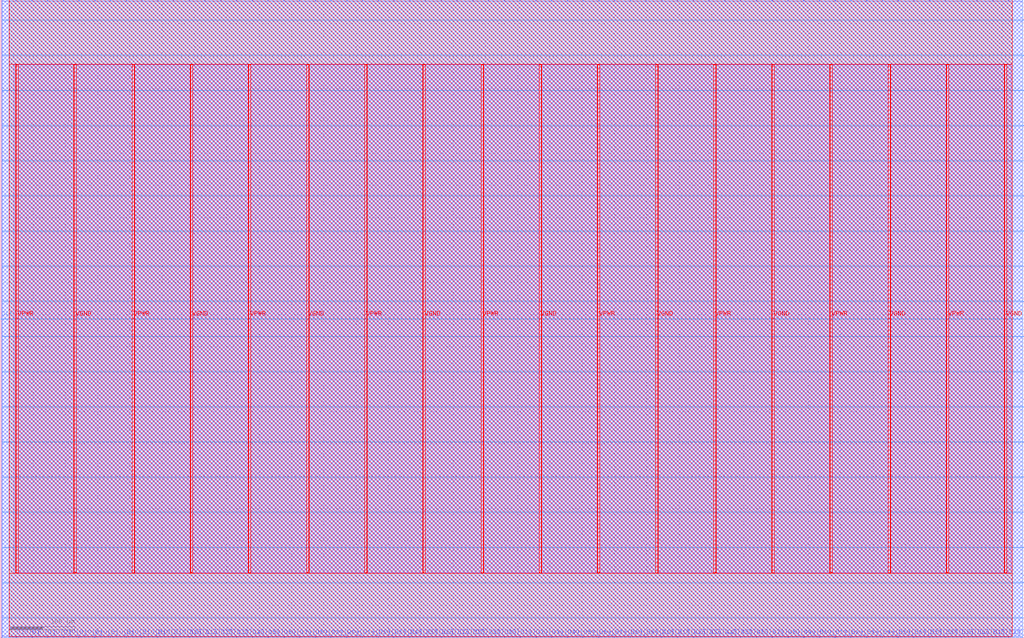
<source format=lef>
VERSION 5.7 ;
  NOWIREEXTENSIONATPIN ON ;
  DIVIDERCHAR "/" ;
  BUSBITCHARS "[]" ;
MACRO RAM512
  CLASS BLOCK ;
  FOREIGN RAM512 ;
  ORIGIN 0.000 0.000 ;
  SIZE 1583.780 BY 987.360 ;
  PIN A0[0]
    DIRECTION INPUT ;
    USE SIGNAL ;
    PORT
      LAYER met3 ;
        RECT 1581.780 520.240 1583.780 520.840 ;
    END
  END A0[0]
  PIN A0[1]
    DIRECTION INPUT ;
    USE SIGNAL ;
    PORT
      LAYER met3 ;
        RECT 1581.780 574.640 1583.780 575.240 ;
    END
  END A0[1]
  PIN A0[2]
    DIRECTION INPUT ;
    USE SIGNAL ;
    PORT
      LAYER met3 ;
        RECT 1581.780 629.040 1583.780 629.640 ;
    END
  END A0[2]
  PIN A0[3]
    DIRECTION INPUT ;
    USE SIGNAL ;
    PORT
      LAYER met3 ;
        RECT 1581.780 683.440 1583.780 684.040 ;
    END
  END A0[3]
  PIN A0[4]
    DIRECTION INPUT ;
    USE SIGNAL ;
    PORT
      LAYER met3 ;
        RECT 1581.780 737.840 1583.780 738.440 ;
    END
  END A0[4]
  PIN A0[5]
    DIRECTION INPUT ;
    USE SIGNAL ;
    PORT
      LAYER met3 ;
        RECT 1581.780 792.240 1583.780 792.840 ;
    END
  END A0[5]
  PIN A0[6]
    DIRECTION INPUT ;
    USE SIGNAL ;
    PORT
      LAYER met3 ;
        RECT 1581.780 846.640 1583.780 847.240 ;
    END
  END A0[6]
  PIN A0[7]
    DIRECTION INPUT ;
    USE SIGNAL ;
    PORT
      LAYER met3 ;
        RECT 1581.780 901.040 1583.780 901.640 ;
    END
  END A0[7]
  PIN A0[8]
    DIRECTION INPUT ;
    USE SIGNAL ;
    PORT
      LAYER met3 ;
        RECT 1581.780 955.440 1583.780 956.040 ;
    END
  END A0[8]
  PIN CLK
    DIRECTION INPUT ;
    USE SIGNAL ;
    PORT
      LAYER met3 ;
        RECT 0.000 493.040 2.000 493.640 ;
    END
  END CLK
  PIN Di0[0]
    DIRECTION INPUT ;
    USE SIGNAL ;
    PORT
      LAYER met2 ;
        RECT 23.550 0.000 23.830 2.000 ;
    END
  END Di0[0]
  PIN Di0[10]
    DIRECTION INPUT ;
    USE SIGNAL ;
    PORT
      LAYER met2 ;
        RECT 267.350 0.000 267.630 2.000 ;
    END
  END Di0[10]
  PIN Di0[11]
    DIRECTION INPUT ;
    USE SIGNAL ;
    PORT
      LAYER met2 ;
        RECT 291.730 0.000 292.010 2.000 ;
    END
  END Di0[11]
  PIN Di0[12]
    DIRECTION INPUT ;
    USE SIGNAL ;
    PORT
      LAYER met2 ;
        RECT 316.110 0.000 316.390 2.000 ;
    END
  END Di0[12]
  PIN Di0[13]
    DIRECTION INPUT ;
    USE SIGNAL ;
    PORT
      LAYER met2 ;
        RECT 340.490 0.000 340.770 2.000 ;
    END
  END Di0[13]
  PIN Di0[14]
    DIRECTION INPUT ;
    USE SIGNAL ;
    PORT
      LAYER met2 ;
        RECT 364.870 0.000 365.150 2.000 ;
    END
  END Di0[14]
  PIN Di0[15]
    DIRECTION INPUT ;
    USE SIGNAL ;
    PORT
      LAYER met2 ;
        RECT 389.250 0.000 389.530 2.000 ;
    END
  END Di0[15]
  PIN Di0[16]
    DIRECTION INPUT ;
    USE SIGNAL ;
    PORT
      LAYER met2 ;
        RECT 413.630 0.000 413.910 2.000 ;
    END
  END Di0[16]
  PIN Di0[17]
    DIRECTION INPUT ;
    USE SIGNAL ;
    PORT
      LAYER met2 ;
        RECT 438.010 0.000 438.290 2.000 ;
    END
  END Di0[17]
  PIN Di0[18]
    DIRECTION INPUT ;
    USE SIGNAL ;
    PORT
      LAYER met2 ;
        RECT 462.390 0.000 462.670 2.000 ;
    END
  END Di0[18]
  PIN Di0[19]
    DIRECTION INPUT ;
    USE SIGNAL ;
    PORT
      LAYER met2 ;
        RECT 486.770 0.000 487.050 2.000 ;
    END
  END Di0[19]
  PIN Di0[1]
    DIRECTION INPUT ;
    USE SIGNAL ;
    PORT
      LAYER met2 ;
        RECT 47.930 0.000 48.210 2.000 ;
    END
  END Di0[1]
  PIN Di0[20]
    DIRECTION INPUT ;
    USE SIGNAL ;
    PORT
      LAYER met2 ;
        RECT 511.150 0.000 511.430 2.000 ;
    END
  END Di0[20]
  PIN Di0[21]
    DIRECTION INPUT ;
    USE SIGNAL ;
    PORT
      LAYER met2 ;
        RECT 535.530 0.000 535.810 2.000 ;
    END
  END Di0[21]
  PIN Di0[22]
    DIRECTION INPUT ;
    USE SIGNAL ;
    PORT
      LAYER met2 ;
        RECT 559.910 0.000 560.190 2.000 ;
    END
  END Di0[22]
  PIN Di0[23]
    DIRECTION INPUT ;
    USE SIGNAL ;
    PORT
      LAYER met2 ;
        RECT 584.290 0.000 584.570 2.000 ;
    END
  END Di0[23]
  PIN Di0[24]
    DIRECTION INPUT ;
    USE SIGNAL ;
    PORT
      LAYER met2 ;
        RECT 608.670 0.000 608.950 2.000 ;
    END
  END Di0[24]
  PIN Di0[25]
    DIRECTION INPUT ;
    USE SIGNAL ;
    PORT
      LAYER met2 ;
        RECT 633.050 0.000 633.330 2.000 ;
    END
  END Di0[25]
  PIN Di0[26]
    DIRECTION INPUT ;
    USE SIGNAL ;
    PORT
      LAYER met2 ;
        RECT 657.430 0.000 657.710 2.000 ;
    END
  END Di0[26]
  PIN Di0[27]
    DIRECTION INPUT ;
    USE SIGNAL ;
    PORT
      LAYER met2 ;
        RECT 681.810 0.000 682.090 2.000 ;
    END
  END Di0[27]
  PIN Di0[28]
    DIRECTION INPUT ;
    USE SIGNAL ;
    PORT
      LAYER met2 ;
        RECT 706.190 0.000 706.470 2.000 ;
    END
  END Di0[28]
  PIN Di0[29]
    DIRECTION INPUT ;
    USE SIGNAL ;
    PORT
      LAYER met2 ;
        RECT 730.570 0.000 730.850 2.000 ;
    END
  END Di0[29]
  PIN Di0[2]
    DIRECTION INPUT ;
    USE SIGNAL ;
    PORT
      LAYER met2 ;
        RECT 72.310 0.000 72.590 2.000 ;
    END
  END Di0[2]
  PIN Di0[30]
    DIRECTION INPUT ;
    USE SIGNAL ;
    PORT
      LAYER met2 ;
        RECT 754.950 0.000 755.230 2.000 ;
    END
  END Di0[30]
  PIN Di0[31]
    DIRECTION INPUT ;
    USE SIGNAL ;
    PORT
      LAYER met2 ;
        RECT 779.330 0.000 779.610 2.000 ;
    END
  END Di0[31]
  PIN Di0[32]
    DIRECTION INPUT ;
    USE SIGNAL ;
    PORT
      LAYER met2 ;
        RECT 803.710 0.000 803.990 2.000 ;
    END
  END Di0[32]
  PIN Di0[33]
    DIRECTION INPUT ;
    USE SIGNAL ;
    PORT
      LAYER met2 ;
        RECT 828.090 0.000 828.370 2.000 ;
    END
  END Di0[33]
  PIN Di0[34]
    DIRECTION INPUT ;
    USE SIGNAL ;
    PORT
      LAYER met2 ;
        RECT 852.470 0.000 852.750 2.000 ;
    END
  END Di0[34]
  PIN Di0[35]
    DIRECTION INPUT ;
    USE SIGNAL ;
    PORT
      LAYER met2 ;
        RECT 876.850 0.000 877.130 2.000 ;
    END
  END Di0[35]
  PIN Di0[36]
    DIRECTION INPUT ;
    USE SIGNAL ;
    PORT
      LAYER met2 ;
        RECT 901.230 0.000 901.510 2.000 ;
    END
  END Di0[36]
  PIN Di0[37]
    DIRECTION INPUT ;
    USE SIGNAL ;
    PORT
      LAYER met2 ;
        RECT 925.610 0.000 925.890 2.000 ;
    END
  END Di0[37]
  PIN Di0[38]
    DIRECTION INPUT ;
    USE SIGNAL ;
    PORT
      LAYER met2 ;
        RECT 949.990 0.000 950.270 2.000 ;
    END
  END Di0[38]
  PIN Di0[39]
    DIRECTION INPUT ;
    USE SIGNAL ;
    PORT
      LAYER met2 ;
        RECT 974.370 0.000 974.650 2.000 ;
    END
  END Di0[39]
  PIN Di0[3]
    DIRECTION INPUT ;
    USE SIGNAL ;
    PORT
      LAYER met2 ;
        RECT 96.690 0.000 96.970 2.000 ;
    END
  END Di0[3]
  PIN Di0[40]
    DIRECTION INPUT ;
    USE SIGNAL ;
    PORT
      LAYER met2 ;
        RECT 998.750 0.000 999.030 2.000 ;
    END
  END Di0[40]
  PIN Di0[41]
    DIRECTION INPUT ;
    USE SIGNAL ;
    PORT
      LAYER met2 ;
        RECT 1023.130 0.000 1023.410 2.000 ;
    END
  END Di0[41]
  PIN Di0[42]
    DIRECTION INPUT ;
    USE SIGNAL ;
    PORT
      LAYER met2 ;
        RECT 1047.510 0.000 1047.790 2.000 ;
    END
  END Di0[42]
  PIN Di0[43]
    DIRECTION INPUT ;
    USE SIGNAL ;
    PORT
      LAYER met2 ;
        RECT 1071.890 0.000 1072.170 2.000 ;
    END
  END Di0[43]
  PIN Di0[44]
    DIRECTION INPUT ;
    USE SIGNAL ;
    PORT
      LAYER met2 ;
        RECT 1096.270 0.000 1096.550 2.000 ;
    END
  END Di0[44]
  PIN Di0[45]
    DIRECTION INPUT ;
    USE SIGNAL ;
    PORT
      LAYER met2 ;
        RECT 1120.650 0.000 1120.930 2.000 ;
    END
  END Di0[45]
  PIN Di0[46]
    DIRECTION INPUT ;
    USE SIGNAL ;
    PORT
      LAYER met2 ;
        RECT 1145.030 0.000 1145.310 2.000 ;
    END
  END Di0[46]
  PIN Di0[47]
    DIRECTION INPUT ;
    USE SIGNAL ;
    PORT
      LAYER met2 ;
        RECT 1169.410 0.000 1169.690 2.000 ;
    END
  END Di0[47]
  PIN Di0[48]
    DIRECTION INPUT ;
    USE SIGNAL ;
    PORT
      LAYER met2 ;
        RECT 1193.790 0.000 1194.070 2.000 ;
    END
  END Di0[48]
  PIN Di0[49]
    DIRECTION INPUT ;
    USE SIGNAL ;
    PORT
      LAYER met2 ;
        RECT 1218.170 0.000 1218.450 2.000 ;
    END
  END Di0[49]
  PIN Di0[4]
    DIRECTION INPUT ;
    USE SIGNAL ;
    PORT
      LAYER met2 ;
        RECT 121.070 0.000 121.350 2.000 ;
    END
  END Di0[4]
  PIN Di0[50]
    DIRECTION INPUT ;
    USE SIGNAL ;
    PORT
      LAYER met2 ;
        RECT 1242.550 0.000 1242.830 2.000 ;
    END
  END Di0[50]
  PIN Di0[51]
    DIRECTION INPUT ;
    USE SIGNAL ;
    PORT
      LAYER met2 ;
        RECT 1266.930 0.000 1267.210 2.000 ;
    END
  END Di0[51]
  PIN Di0[52]
    DIRECTION INPUT ;
    USE SIGNAL ;
    PORT
      LAYER met2 ;
        RECT 1291.310 0.000 1291.590 2.000 ;
    END
  END Di0[52]
  PIN Di0[53]
    DIRECTION INPUT ;
    USE SIGNAL ;
    PORT
      LAYER met2 ;
        RECT 1315.690 0.000 1315.970 2.000 ;
    END
  END Di0[53]
  PIN Di0[54]
    DIRECTION INPUT ;
    USE SIGNAL ;
    PORT
      LAYER met2 ;
        RECT 1340.070 0.000 1340.350 2.000 ;
    END
  END Di0[54]
  PIN Di0[55]
    DIRECTION INPUT ;
    USE SIGNAL ;
    PORT
      LAYER met2 ;
        RECT 1364.450 0.000 1364.730 2.000 ;
    END
  END Di0[55]
  PIN Di0[56]
    DIRECTION INPUT ;
    USE SIGNAL ;
    PORT
      LAYER met2 ;
        RECT 1388.830 0.000 1389.110 2.000 ;
    END
  END Di0[56]
  PIN Di0[57]
    DIRECTION INPUT ;
    USE SIGNAL ;
    PORT
      LAYER met2 ;
        RECT 1413.210 0.000 1413.490 2.000 ;
    END
  END Di0[57]
  PIN Di0[58]
    DIRECTION INPUT ;
    USE SIGNAL ;
    PORT
      LAYER met2 ;
        RECT 1437.590 0.000 1437.870 2.000 ;
    END
  END Di0[58]
  PIN Di0[59]
    DIRECTION INPUT ;
    USE SIGNAL ;
    PORT
      LAYER met2 ;
        RECT 1461.970 0.000 1462.250 2.000 ;
    END
  END Di0[59]
  PIN Di0[5]
    DIRECTION INPUT ;
    USE SIGNAL ;
    PORT
      LAYER met2 ;
        RECT 145.450 0.000 145.730 2.000 ;
    END
  END Di0[5]
  PIN Di0[60]
    DIRECTION INPUT ;
    USE SIGNAL ;
    PORT
      LAYER met2 ;
        RECT 1486.350 0.000 1486.630 2.000 ;
    END
  END Di0[60]
  PIN Di0[61]
    DIRECTION INPUT ;
    USE SIGNAL ;
    PORT
      LAYER met2 ;
        RECT 1510.730 0.000 1511.010 2.000 ;
    END
  END Di0[61]
  PIN Di0[62]
    DIRECTION INPUT ;
    USE SIGNAL ;
    PORT
      LAYER met2 ;
        RECT 1535.110 0.000 1535.390 2.000 ;
    END
  END Di0[62]
  PIN Di0[63]
    DIRECTION INPUT ;
    USE SIGNAL ;
    PORT
      LAYER met2 ;
        RECT 1559.490 0.000 1559.770 2.000 ;
    END
  END Di0[63]
  PIN Di0[6]
    DIRECTION INPUT ;
    USE SIGNAL ;
    PORT
      LAYER met2 ;
        RECT 169.830 0.000 170.110 2.000 ;
    END
  END Di0[6]
  PIN Di0[7]
    DIRECTION INPUT ;
    USE SIGNAL ;
    PORT
      LAYER met2 ;
        RECT 194.210 0.000 194.490 2.000 ;
    END
  END Di0[7]
  PIN Di0[8]
    DIRECTION INPUT ;
    USE SIGNAL ;
    PORT
      LAYER met2 ;
        RECT 218.590 0.000 218.870 2.000 ;
    END
  END Di0[8]
  PIN Di0[9]
    DIRECTION INPUT ;
    USE SIGNAL ;
    PORT
      LAYER met2 ;
        RECT 242.970 0.000 243.250 2.000 ;
    END
  END Di0[9]
  PIN Do0[0]
    DIRECTION OUTPUT TRISTATE ;
    USE SIGNAL ;
    PORT
      LAYER met2 ;
        RECT 23.550 985.360 23.830 987.360 ;
    END
  END Do0[0]
  PIN Do0[10]
    DIRECTION OUTPUT TRISTATE ;
    USE SIGNAL ;
    PORT
      LAYER met2 ;
        RECT 267.350 985.360 267.630 987.360 ;
    END
  END Do0[10]
  PIN Do0[11]
    DIRECTION OUTPUT TRISTATE ;
    USE SIGNAL ;
    PORT
      LAYER met2 ;
        RECT 291.730 985.360 292.010 987.360 ;
    END
  END Do0[11]
  PIN Do0[12]
    DIRECTION OUTPUT TRISTATE ;
    USE SIGNAL ;
    PORT
      LAYER met2 ;
        RECT 316.110 985.360 316.390 987.360 ;
    END
  END Do0[12]
  PIN Do0[13]
    DIRECTION OUTPUT TRISTATE ;
    USE SIGNAL ;
    PORT
      LAYER met2 ;
        RECT 340.490 985.360 340.770 987.360 ;
    END
  END Do0[13]
  PIN Do0[14]
    DIRECTION OUTPUT TRISTATE ;
    USE SIGNAL ;
    PORT
      LAYER met2 ;
        RECT 364.870 985.360 365.150 987.360 ;
    END
  END Do0[14]
  PIN Do0[15]
    DIRECTION OUTPUT TRISTATE ;
    USE SIGNAL ;
    PORT
      LAYER met2 ;
        RECT 389.250 985.360 389.530 987.360 ;
    END
  END Do0[15]
  PIN Do0[16]
    DIRECTION OUTPUT TRISTATE ;
    USE SIGNAL ;
    PORT
      LAYER met2 ;
        RECT 413.630 985.360 413.910 987.360 ;
    END
  END Do0[16]
  PIN Do0[17]
    DIRECTION OUTPUT TRISTATE ;
    USE SIGNAL ;
    PORT
      LAYER met2 ;
        RECT 438.010 985.360 438.290 987.360 ;
    END
  END Do0[17]
  PIN Do0[18]
    DIRECTION OUTPUT TRISTATE ;
    USE SIGNAL ;
    PORT
      LAYER met2 ;
        RECT 462.390 985.360 462.670 987.360 ;
    END
  END Do0[18]
  PIN Do0[19]
    DIRECTION OUTPUT TRISTATE ;
    USE SIGNAL ;
    PORT
      LAYER met2 ;
        RECT 486.770 985.360 487.050 987.360 ;
    END
  END Do0[19]
  PIN Do0[1]
    DIRECTION OUTPUT TRISTATE ;
    USE SIGNAL ;
    PORT
      LAYER met2 ;
        RECT 47.930 985.360 48.210 987.360 ;
    END
  END Do0[1]
  PIN Do0[20]
    DIRECTION OUTPUT TRISTATE ;
    USE SIGNAL ;
    PORT
      LAYER met2 ;
        RECT 511.150 985.360 511.430 987.360 ;
    END
  END Do0[20]
  PIN Do0[21]
    DIRECTION OUTPUT TRISTATE ;
    USE SIGNAL ;
    PORT
      LAYER met2 ;
        RECT 535.530 985.360 535.810 987.360 ;
    END
  END Do0[21]
  PIN Do0[22]
    DIRECTION OUTPUT TRISTATE ;
    USE SIGNAL ;
    PORT
      LAYER met2 ;
        RECT 559.910 985.360 560.190 987.360 ;
    END
  END Do0[22]
  PIN Do0[23]
    DIRECTION OUTPUT TRISTATE ;
    USE SIGNAL ;
    PORT
      LAYER met2 ;
        RECT 584.290 985.360 584.570 987.360 ;
    END
  END Do0[23]
  PIN Do0[24]
    DIRECTION OUTPUT TRISTATE ;
    USE SIGNAL ;
    PORT
      LAYER met2 ;
        RECT 608.670 985.360 608.950 987.360 ;
    END
  END Do0[24]
  PIN Do0[25]
    DIRECTION OUTPUT TRISTATE ;
    USE SIGNAL ;
    PORT
      LAYER met2 ;
        RECT 633.050 985.360 633.330 987.360 ;
    END
  END Do0[25]
  PIN Do0[26]
    DIRECTION OUTPUT TRISTATE ;
    USE SIGNAL ;
    PORT
      LAYER met2 ;
        RECT 657.430 985.360 657.710 987.360 ;
    END
  END Do0[26]
  PIN Do0[27]
    DIRECTION OUTPUT TRISTATE ;
    USE SIGNAL ;
    PORT
      LAYER met2 ;
        RECT 681.810 985.360 682.090 987.360 ;
    END
  END Do0[27]
  PIN Do0[28]
    DIRECTION OUTPUT TRISTATE ;
    USE SIGNAL ;
    PORT
      LAYER met2 ;
        RECT 706.190 985.360 706.470 987.360 ;
    END
  END Do0[28]
  PIN Do0[29]
    DIRECTION OUTPUT TRISTATE ;
    USE SIGNAL ;
    PORT
      LAYER met2 ;
        RECT 730.570 985.360 730.850 987.360 ;
    END
  END Do0[29]
  PIN Do0[2]
    DIRECTION OUTPUT TRISTATE ;
    USE SIGNAL ;
    PORT
      LAYER met2 ;
        RECT 72.310 985.360 72.590 987.360 ;
    END
  END Do0[2]
  PIN Do0[30]
    DIRECTION OUTPUT TRISTATE ;
    USE SIGNAL ;
    PORT
      LAYER met2 ;
        RECT 754.950 985.360 755.230 987.360 ;
    END
  END Do0[30]
  PIN Do0[31]
    DIRECTION OUTPUT TRISTATE ;
    USE SIGNAL ;
    PORT
      LAYER met2 ;
        RECT 779.330 985.360 779.610 987.360 ;
    END
  END Do0[31]
  PIN Do0[32]
    DIRECTION OUTPUT TRISTATE ;
    USE SIGNAL ;
    PORT
      LAYER met2 ;
        RECT 803.710 985.360 803.990 987.360 ;
    END
  END Do0[32]
  PIN Do0[33]
    DIRECTION OUTPUT TRISTATE ;
    USE SIGNAL ;
    PORT
      LAYER met2 ;
        RECT 828.090 985.360 828.370 987.360 ;
    END
  END Do0[33]
  PIN Do0[34]
    DIRECTION OUTPUT TRISTATE ;
    USE SIGNAL ;
    PORT
      LAYER met2 ;
        RECT 852.470 985.360 852.750 987.360 ;
    END
  END Do0[34]
  PIN Do0[35]
    DIRECTION OUTPUT TRISTATE ;
    USE SIGNAL ;
    PORT
      LAYER met2 ;
        RECT 876.850 985.360 877.130 987.360 ;
    END
  END Do0[35]
  PIN Do0[36]
    DIRECTION OUTPUT TRISTATE ;
    USE SIGNAL ;
    PORT
      LAYER met2 ;
        RECT 901.230 985.360 901.510 987.360 ;
    END
  END Do0[36]
  PIN Do0[37]
    DIRECTION OUTPUT TRISTATE ;
    USE SIGNAL ;
    PORT
      LAYER met2 ;
        RECT 925.610 985.360 925.890 987.360 ;
    END
  END Do0[37]
  PIN Do0[38]
    DIRECTION OUTPUT TRISTATE ;
    USE SIGNAL ;
    PORT
      LAYER met2 ;
        RECT 949.990 985.360 950.270 987.360 ;
    END
  END Do0[38]
  PIN Do0[39]
    DIRECTION OUTPUT TRISTATE ;
    USE SIGNAL ;
    PORT
      LAYER met2 ;
        RECT 974.370 985.360 974.650 987.360 ;
    END
  END Do0[39]
  PIN Do0[3]
    DIRECTION OUTPUT TRISTATE ;
    USE SIGNAL ;
    PORT
      LAYER met2 ;
        RECT 96.690 985.360 96.970 987.360 ;
    END
  END Do0[3]
  PIN Do0[40]
    DIRECTION OUTPUT TRISTATE ;
    USE SIGNAL ;
    PORT
      LAYER met2 ;
        RECT 998.750 985.360 999.030 987.360 ;
    END
  END Do0[40]
  PIN Do0[41]
    DIRECTION OUTPUT TRISTATE ;
    USE SIGNAL ;
    PORT
      LAYER met2 ;
        RECT 1023.130 985.360 1023.410 987.360 ;
    END
  END Do0[41]
  PIN Do0[42]
    DIRECTION OUTPUT TRISTATE ;
    USE SIGNAL ;
    PORT
      LAYER met2 ;
        RECT 1047.510 985.360 1047.790 987.360 ;
    END
  END Do0[42]
  PIN Do0[43]
    DIRECTION OUTPUT TRISTATE ;
    USE SIGNAL ;
    PORT
      LAYER met2 ;
        RECT 1071.890 985.360 1072.170 987.360 ;
    END
  END Do0[43]
  PIN Do0[44]
    DIRECTION OUTPUT TRISTATE ;
    USE SIGNAL ;
    PORT
      LAYER met2 ;
        RECT 1096.270 985.360 1096.550 987.360 ;
    END
  END Do0[44]
  PIN Do0[45]
    DIRECTION OUTPUT TRISTATE ;
    USE SIGNAL ;
    PORT
      LAYER met2 ;
        RECT 1120.650 985.360 1120.930 987.360 ;
    END
  END Do0[45]
  PIN Do0[46]
    DIRECTION OUTPUT TRISTATE ;
    USE SIGNAL ;
    PORT
      LAYER met2 ;
        RECT 1145.030 985.360 1145.310 987.360 ;
    END
  END Do0[46]
  PIN Do0[47]
    DIRECTION OUTPUT TRISTATE ;
    USE SIGNAL ;
    PORT
      LAYER met2 ;
        RECT 1169.410 985.360 1169.690 987.360 ;
    END
  END Do0[47]
  PIN Do0[48]
    DIRECTION OUTPUT TRISTATE ;
    USE SIGNAL ;
    PORT
      LAYER met2 ;
        RECT 1193.790 985.360 1194.070 987.360 ;
    END
  END Do0[48]
  PIN Do0[49]
    DIRECTION OUTPUT TRISTATE ;
    USE SIGNAL ;
    PORT
      LAYER met2 ;
        RECT 1218.170 985.360 1218.450 987.360 ;
    END
  END Do0[49]
  PIN Do0[4]
    DIRECTION OUTPUT TRISTATE ;
    USE SIGNAL ;
    PORT
      LAYER met2 ;
        RECT 121.070 985.360 121.350 987.360 ;
    END
  END Do0[4]
  PIN Do0[50]
    DIRECTION OUTPUT TRISTATE ;
    USE SIGNAL ;
    PORT
      LAYER met2 ;
        RECT 1242.550 985.360 1242.830 987.360 ;
    END
  END Do0[50]
  PIN Do0[51]
    DIRECTION OUTPUT TRISTATE ;
    USE SIGNAL ;
    PORT
      LAYER met2 ;
        RECT 1266.930 985.360 1267.210 987.360 ;
    END
  END Do0[51]
  PIN Do0[52]
    DIRECTION OUTPUT TRISTATE ;
    USE SIGNAL ;
    PORT
      LAYER met2 ;
        RECT 1291.310 985.360 1291.590 987.360 ;
    END
  END Do0[52]
  PIN Do0[53]
    DIRECTION OUTPUT TRISTATE ;
    USE SIGNAL ;
    PORT
      LAYER met2 ;
        RECT 1315.690 985.360 1315.970 987.360 ;
    END
  END Do0[53]
  PIN Do0[54]
    DIRECTION OUTPUT TRISTATE ;
    USE SIGNAL ;
    PORT
      LAYER met2 ;
        RECT 1340.070 985.360 1340.350 987.360 ;
    END
  END Do0[54]
  PIN Do0[55]
    DIRECTION OUTPUT TRISTATE ;
    USE SIGNAL ;
    PORT
      LAYER met2 ;
        RECT 1364.450 985.360 1364.730 987.360 ;
    END
  END Do0[55]
  PIN Do0[56]
    DIRECTION OUTPUT TRISTATE ;
    USE SIGNAL ;
    PORT
      LAYER met2 ;
        RECT 1388.830 985.360 1389.110 987.360 ;
    END
  END Do0[56]
  PIN Do0[57]
    DIRECTION OUTPUT TRISTATE ;
    USE SIGNAL ;
    PORT
      LAYER met2 ;
        RECT 1413.210 985.360 1413.490 987.360 ;
    END
  END Do0[57]
  PIN Do0[58]
    DIRECTION OUTPUT TRISTATE ;
    USE SIGNAL ;
    PORT
      LAYER met2 ;
        RECT 1437.590 985.360 1437.870 987.360 ;
    END
  END Do0[58]
  PIN Do0[59]
    DIRECTION OUTPUT TRISTATE ;
    USE SIGNAL ;
    PORT
      LAYER met2 ;
        RECT 1461.970 985.360 1462.250 987.360 ;
    END
  END Do0[59]
  PIN Do0[5]
    DIRECTION OUTPUT TRISTATE ;
    USE SIGNAL ;
    PORT
      LAYER met2 ;
        RECT 145.450 985.360 145.730 987.360 ;
    END
  END Do0[5]
  PIN Do0[60]
    DIRECTION OUTPUT TRISTATE ;
    USE SIGNAL ;
    PORT
      LAYER met2 ;
        RECT 1486.350 985.360 1486.630 987.360 ;
    END
  END Do0[60]
  PIN Do0[61]
    DIRECTION OUTPUT TRISTATE ;
    USE SIGNAL ;
    PORT
      LAYER met2 ;
        RECT 1510.730 985.360 1511.010 987.360 ;
    END
  END Do0[61]
  PIN Do0[62]
    DIRECTION OUTPUT TRISTATE ;
    USE SIGNAL ;
    PORT
      LAYER met2 ;
        RECT 1535.110 985.360 1535.390 987.360 ;
    END
  END Do0[62]
  PIN Do0[63]
    DIRECTION OUTPUT TRISTATE ;
    USE SIGNAL ;
    PORT
      LAYER met2 ;
        RECT 1559.490 985.360 1559.770 987.360 ;
    END
  END Do0[63]
  PIN Do0[6]
    DIRECTION OUTPUT TRISTATE ;
    USE SIGNAL ;
    PORT
      LAYER met2 ;
        RECT 169.830 985.360 170.110 987.360 ;
    END
  END Do0[6]
  PIN Do0[7]
    DIRECTION OUTPUT TRISTATE ;
    USE SIGNAL ;
    PORT
      LAYER met2 ;
        RECT 194.210 985.360 194.490 987.360 ;
    END
  END Do0[7]
  PIN Do0[8]
    DIRECTION OUTPUT TRISTATE ;
    USE SIGNAL ;
    PORT
      LAYER met2 ;
        RECT 218.590 985.360 218.870 987.360 ;
    END
  END Do0[8]
  PIN Do0[9]
    DIRECTION OUTPUT TRISTATE ;
    USE SIGNAL ;
    PORT
      LAYER met2 ;
        RECT 242.970 985.360 243.250 987.360 ;
    END
  END Do0[9]
  PIN EN0
    DIRECTION INPUT ;
    USE SIGNAL ;
    PORT
      LAYER met3 ;
        RECT 1581.780 30.640 1583.780 31.240 ;
    END
  END EN0
  PIN VGND
    DIRECTION INOUT ;
    USE GROUND ;
    PORT
      LAYER met4 ;
        RECT 113.690 100.400 116.790 886.960 ;
    END
    PORT
      LAYER met4 ;
        RECT 293.690 100.400 296.790 886.960 ;
    END
    PORT
      LAYER met4 ;
        RECT 473.690 100.400 476.790 886.960 ;
    END
    PORT
      LAYER met4 ;
        RECT 653.690 100.400 656.790 886.960 ;
    END
    PORT
      LAYER met4 ;
        RECT 833.690 100.400 836.790 886.960 ;
    END
    PORT
      LAYER met4 ;
        RECT 1013.690 100.400 1016.790 886.960 ;
    END
    PORT
      LAYER met4 ;
        RECT 1193.690 100.400 1196.790 886.960 ;
    END
    PORT
      LAYER met4 ;
        RECT 1373.690 100.400 1376.790 886.960 ;
    END
    PORT
      LAYER met4 ;
        RECT 1553.690 100.400 1556.790 886.960 ;
    END
  END VGND
  PIN VPWR
    DIRECTION INOUT ;
    USE POWER ;
    PORT
      LAYER met4 ;
        RECT 23.690 100.400 26.790 886.960 ;
    END
    PORT
      LAYER met4 ;
        RECT 203.690 100.400 206.790 886.960 ;
    END
    PORT
      LAYER met4 ;
        RECT 383.690 100.400 386.790 886.960 ;
    END
    PORT
      LAYER met4 ;
        RECT 563.690 100.400 566.790 886.960 ;
    END
    PORT
      LAYER met4 ;
        RECT 743.690 100.400 746.790 886.960 ;
    END
    PORT
      LAYER met4 ;
        RECT 923.690 100.400 926.790 886.960 ;
    END
    PORT
      LAYER met4 ;
        RECT 1103.690 100.400 1106.790 886.960 ;
    END
    PORT
      LAYER met4 ;
        RECT 1283.690 100.400 1286.790 886.960 ;
    END
    PORT
      LAYER met4 ;
        RECT 1463.690 100.400 1466.790 886.960 ;
    END
  END VPWR
  PIN WE0[0]
    DIRECTION INPUT ;
    USE SIGNAL ;
    PORT
      LAYER met3 ;
        RECT 1581.780 85.040 1583.780 85.640 ;
    END
  END WE0[0]
  PIN WE0[1]
    DIRECTION INPUT ;
    USE SIGNAL ;
    PORT
      LAYER met3 ;
        RECT 1581.780 139.440 1583.780 140.040 ;
    END
  END WE0[1]
  PIN WE0[2]
    DIRECTION INPUT ;
    USE SIGNAL ;
    PORT
      LAYER met3 ;
        RECT 1581.780 193.840 1583.780 194.440 ;
    END
  END WE0[2]
  PIN WE0[3]
    DIRECTION INPUT ;
    USE SIGNAL ;
    PORT
      LAYER met3 ;
        RECT 1581.780 248.240 1583.780 248.840 ;
    END
  END WE0[3]
  PIN WE0[4]
    DIRECTION INPUT ;
    USE SIGNAL ;
    PORT
      LAYER met3 ;
        RECT 1581.780 302.640 1583.780 303.240 ;
    END
  END WE0[4]
  PIN WE0[5]
    DIRECTION INPUT ;
    USE SIGNAL ;
    PORT
      LAYER met3 ;
        RECT 1581.780 357.040 1583.780 357.640 ;
    END
  END WE0[5]
  PIN WE0[6]
    DIRECTION INPUT ;
    USE SIGNAL ;
    PORT
      LAYER met3 ;
        RECT 1581.780 411.440 1583.780 412.040 ;
    END
  END WE0[6]
  PIN WE0[7]
    DIRECTION INPUT ;
    USE SIGNAL ;
    PORT
      LAYER met3 ;
        RECT 1581.780 465.840 1583.780 466.440 ;
    END
  END WE0[7]
  OBS
      LAYER li1 ;
        RECT 20.240 100.555 1563.540 886.805 ;
      LAYER met1 ;
        RECT 1.910 0.040 1581.410 987.320 ;
      LAYER met2 ;
        RECT 1.940 985.080 23.270 987.350 ;
        RECT 24.110 985.080 47.650 987.350 ;
        RECT 48.490 985.080 72.030 987.350 ;
        RECT 72.870 985.080 96.410 987.350 ;
        RECT 97.250 985.080 120.790 987.350 ;
        RECT 121.630 985.080 145.170 987.350 ;
        RECT 146.010 985.080 169.550 987.350 ;
        RECT 170.390 985.080 193.930 987.350 ;
        RECT 194.770 985.080 218.310 987.350 ;
        RECT 219.150 985.080 242.690 987.350 ;
        RECT 243.530 985.080 267.070 987.350 ;
        RECT 267.910 985.080 291.450 987.350 ;
        RECT 292.290 985.080 315.830 987.350 ;
        RECT 316.670 985.080 340.210 987.350 ;
        RECT 341.050 985.080 364.590 987.350 ;
        RECT 365.430 985.080 388.970 987.350 ;
        RECT 389.810 985.080 413.350 987.350 ;
        RECT 414.190 985.080 437.730 987.350 ;
        RECT 438.570 985.080 462.110 987.350 ;
        RECT 462.950 985.080 486.490 987.350 ;
        RECT 487.330 985.080 510.870 987.350 ;
        RECT 511.710 985.080 535.250 987.350 ;
        RECT 536.090 985.080 559.630 987.350 ;
        RECT 560.470 985.080 584.010 987.350 ;
        RECT 584.850 985.080 608.390 987.350 ;
        RECT 609.230 985.080 632.770 987.350 ;
        RECT 633.610 985.080 657.150 987.350 ;
        RECT 657.990 985.080 681.530 987.350 ;
        RECT 682.370 985.080 705.910 987.350 ;
        RECT 706.750 985.080 730.290 987.350 ;
        RECT 731.130 985.080 754.670 987.350 ;
        RECT 755.510 985.080 779.050 987.350 ;
        RECT 779.890 985.080 803.430 987.350 ;
        RECT 804.270 985.080 827.810 987.350 ;
        RECT 828.650 985.080 852.190 987.350 ;
        RECT 853.030 985.080 876.570 987.350 ;
        RECT 877.410 985.080 900.950 987.350 ;
        RECT 901.790 985.080 925.330 987.350 ;
        RECT 926.170 985.080 949.710 987.350 ;
        RECT 950.550 985.080 974.090 987.350 ;
        RECT 974.930 985.080 998.470 987.350 ;
        RECT 999.310 985.080 1022.850 987.350 ;
        RECT 1023.690 985.080 1047.230 987.350 ;
        RECT 1048.070 985.080 1071.610 987.350 ;
        RECT 1072.450 985.080 1095.990 987.350 ;
        RECT 1096.830 985.080 1120.370 987.350 ;
        RECT 1121.210 985.080 1144.750 987.350 ;
        RECT 1145.590 985.080 1169.130 987.350 ;
        RECT 1169.970 985.080 1193.510 987.350 ;
        RECT 1194.350 985.080 1217.890 987.350 ;
        RECT 1218.730 985.080 1242.270 987.350 ;
        RECT 1243.110 985.080 1266.650 987.350 ;
        RECT 1267.490 985.080 1291.030 987.350 ;
        RECT 1291.870 985.080 1315.410 987.350 ;
        RECT 1316.250 985.080 1339.790 987.350 ;
        RECT 1340.630 985.080 1364.170 987.350 ;
        RECT 1365.010 985.080 1388.550 987.350 ;
        RECT 1389.390 985.080 1412.930 987.350 ;
        RECT 1413.770 985.080 1437.310 987.350 ;
        RECT 1438.150 985.080 1461.690 987.350 ;
        RECT 1462.530 985.080 1486.070 987.350 ;
        RECT 1486.910 985.080 1510.450 987.350 ;
        RECT 1511.290 985.080 1534.830 987.350 ;
        RECT 1535.670 985.080 1559.210 987.350 ;
        RECT 1560.050 985.080 1581.380 987.350 ;
        RECT 1.940 2.280 1581.380 985.080 ;
        RECT 1.940 0.010 23.270 2.280 ;
        RECT 24.110 0.010 47.650 2.280 ;
        RECT 48.490 0.010 72.030 2.280 ;
        RECT 72.870 0.010 96.410 2.280 ;
        RECT 97.250 0.010 120.790 2.280 ;
        RECT 121.630 0.010 145.170 2.280 ;
        RECT 146.010 0.010 169.550 2.280 ;
        RECT 170.390 0.010 193.930 2.280 ;
        RECT 194.770 0.010 218.310 2.280 ;
        RECT 219.150 0.010 242.690 2.280 ;
        RECT 243.530 0.010 267.070 2.280 ;
        RECT 267.910 0.010 291.450 2.280 ;
        RECT 292.290 0.010 315.830 2.280 ;
        RECT 316.670 0.010 340.210 2.280 ;
        RECT 341.050 0.010 364.590 2.280 ;
        RECT 365.430 0.010 388.970 2.280 ;
        RECT 389.810 0.010 413.350 2.280 ;
        RECT 414.190 0.010 437.730 2.280 ;
        RECT 438.570 0.010 462.110 2.280 ;
        RECT 462.950 0.010 486.490 2.280 ;
        RECT 487.330 0.010 510.870 2.280 ;
        RECT 511.710 0.010 535.250 2.280 ;
        RECT 536.090 0.010 559.630 2.280 ;
        RECT 560.470 0.010 584.010 2.280 ;
        RECT 584.850 0.010 608.390 2.280 ;
        RECT 609.230 0.010 632.770 2.280 ;
        RECT 633.610 0.010 657.150 2.280 ;
        RECT 657.990 0.010 681.530 2.280 ;
        RECT 682.370 0.010 705.910 2.280 ;
        RECT 706.750 0.010 730.290 2.280 ;
        RECT 731.130 0.010 754.670 2.280 ;
        RECT 755.510 0.010 779.050 2.280 ;
        RECT 779.890 0.010 803.430 2.280 ;
        RECT 804.270 0.010 827.810 2.280 ;
        RECT 828.650 0.010 852.190 2.280 ;
        RECT 853.030 0.010 876.570 2.280 ;
        RECT 877.410 0.010 900.950 2.280 ;
        RECT 901.790 0.010 925.330 2.280 ;
        RECT 926.170 0.010 949.710 2.280 ;
        RECT 950.550 0.010 974.090 2.280 ;
        RECT 974.930 0.010 998.470 2.280 ;
        RECT 999.310 0.010 1022.850 2.280 ;
        RECT 1023.690 0.010 1047.230 2.280 ;
        RECT 1048.070 0.010 1071.610 2.280 ;
        RECT 1072.450 0.010 1095.990 2.280 ;
        RECT 1096.830 0.010 1120.370 2.280 ;
        RECT 1121.210 0.010 1144.750 2.280 ;
        RECT 1145.590 0.010 1169.130 2.280 ;
        RECT 1169.970 0.010 1193.510 2.280 ;
        RECT 1194.350 0.010 1217.890 2.280 ;
        RECT 1218.730 0.010 1242.270 2.280 ;
        RECT 1243.110 0.010 1266.650 2.280 ;
        RECT 1267.490 0.010 1291.030 2.280 ;
        RECT 1291.870 0.010 1315.410 2.280 ;
        RECT 1316.250 0.010 1339.790 2.280 ;
        RECT 1340.630 0.010 1364.170 2.280 ;
        RECT 1365.010 0.010 1388.550 2.280 ;
        RECT 1389.390 0.010 1412.930 2.280 ;
        RECT 1413.770 0.010 1437.310 2.280 ;
        RECT 1438.150 0.010 1461.690 2.280 ;
        RECT 1462.530 0.010 1486.070 2.280 ;
        RECT 1486.910 0.010 1510.450 2.280 ;
        RECT 1511.290 0.010 1534.830 2.280 ;
        RECT 1535.670 0.010 1559.210 2.280 ;
        RECT 1560.050 0.010 1581.380 2.280 ;
      LAYER met3 ;
        RECT 2.000 956.440 1581.780 987.185 ;
        RECT 2.000 955.040 1581.380 956.440 ;
        RECT 2.000 902.040 1581.780 955.040 ;
        RECT 2.000 900.640 1581.380 902.040 ;
        RECT 2.000 847.640 1581.780 900.640 ;
        RECT 2.000 846.240 1581.380 847.640 ;
        RECT 2.000 793.240 1581.780 846.240 ;
        RECT 2.000 791.840 1581.380 793.240 ;
        RECT 2.000 738.840 1581.780 791.840 ;
        RECT 2.000 737.440 1581.380 738.840 ;
        RECT 2.000 684.440 1581.780 737.440 ;
        RECT 2.000 683.040 1581.380 684.440 ;
        RECT 2.000 630.040 1581.780 683.040 ;
        RECT 2.000 628.640 1581.380 630.040 ;
        RECT 2.000 575.640 1581.780 628.640 ;
        RECT 2.000 574.240 1581.380 575.640 ;
        RECT 2.000 521.240 1581.780 574.240 ;
        RECT 2.000 519.840 1581.380 521.240 ;
        RECT 2.000 494.040 1581.780 519.840 ;
        RECT 2.400 492.640 1581.780 494.040 ;
        RECT 2.000 466.840 1581.780 492.640 ;
        RECT 2.000 465.440 1581.380 466.840 ;
        RECT 2.000 412.440 1581.780 465.440 ;
        RECT 2.000 411.040 1581.380 412.440 ;
        RECT 2.000 358.040 1581.780 411.040 ;
        RECT 2.000 356.640 1581.380 358.040 ;
        RECT 2.000 303.640 1581.780 356.640 ;
        RECT 2.000 302.240 1581.380 303.640 ;
        RECT 2.000 249.240 1581.780 302.240 ;
        RECT 2.000 247.840 1581.380 249.240 ;
        RECT 2.000 194.840 1581.780 247.840 ;
        RECT 2.000 193.440 1581.380 194.840 ;
        RECT 2.000 140.440 1581.780 193.440 ;
        RECT 2.000 139.040 1581.380 140.440 ;
        RECT 2.000 86.040 1581.780 139.040 ;
        RECT 2.000 84.640 1581.380 86.040 ;
        RECT 2.000 31.640 1581.780 84.640 ;
        RECT 2.000 30.240 1581.380 31.640 ;
        RECT 2.000 0.175 1581.780 30.240 ;
      LAYER met4 ;
        RECT 13.175 887.360 1565.545 987.185 ;
        RECT 13.175 100.000 23.290 887.360 ;
        RECT 27.190 100.000 113.290 887.360 ;
        RECT 117.190 100.000 203.290 887.360 ;
        RECT 207.190 100.000 293.290 887.360 ;
        RECT 297.190 100.000 383.290 887.360 ;
        RECT 387.190 100.000 473.290 887.360 ;
        RECT 477.190 100.000 563.290 887.360 ;
        RECT 567.190 100.000 653.290 887.360 ;
        RECT 657.190 100.000 743.290 887.360 ;
        RECT 747.190 100.000 833.290 887.360 ;
        RECT 837.190 100.000 923.290 887.360 ;
        RECT 927.190 100.000 1013.290 887.360 ;
        RECT 1017.190 100.000 1103.290 887.360 ;
        RECT 1107.190 100.000 1193.290 887.360 ;
        RECT 1197.190 100.000 1283.290 887.360 ;
        RECT 1287.190 100.000 1373.290 887.360 ;
        RECT 1377.190 100.000 1463.290 887.360 ;
        RECT 1467.190 100.000 1553.290 887.360 ;
        RECT 1557.190 100.000 1565.545 887.360 ;
        RECT 13.175 1.535 1565.545 100.000 ;
  END
END RAM512
END LIBRARY


</source>
